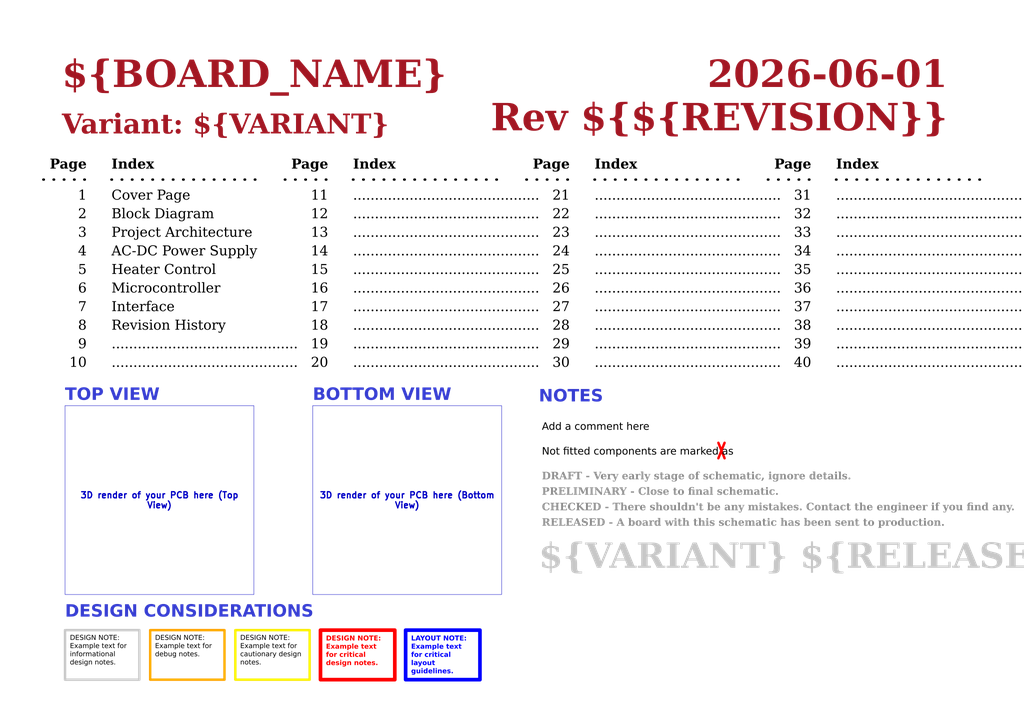
<source format=kicad_sch>
(kicad_sch
	(version 20250114)
	(generator "eeschema")
	(generator_version "9.0")
	(uuid "0650c7a8-acba-429c-9f8e-eec0baf0bc1c")
	(paper "A3")
	(title_block
		(title "Cover Page")
		(date "2025-08-28")
		(rev "${REVISION}")
		(company "${COMPANY}")
	)
	(lib_symbols)
	(text "9"
		(exclude_from_sim no)
		(at 35.56 144.78 0)
		(effects
			(font
				(face "Times New Roman")
				(size 4 4)
				(color 0 0 0 1)
			)
			(justify right bottom)
			(href "#9")
		)
		(uuid "0171ecc8-df6f-418e-95ea-db73cf975716")
	)
	(text "BOTTOM VIEW"
		(exclude_from_sim no)
		(at 128.27 166.37 0)
		(effects
			(font
				(face "Arial")
				(size 5 5)
				(bold yes)
				(color 53 60 207 1)
			)
			(justify left bottom)
		)
		(uuid "041ff709-0f5e-466e-adab-d03afffd90b7")
	)
	(text "..........................................."
		(exclude_from_sim no)
		(at 243.84 99.06 0)
		(effects
			(font
				(face "Times New Roman")
				(size 4 4)
				(color 0 0 0 1)
			)
			(justify left bottom)
			(href "#23")
		)
		(uuid "0647f622-b644-4538-802a-42edf8cdccc5")
	)
	(text "13"
		(exclude_from_sim no)
		(at 134.62 99.06 0)
		(effects
			(font
				(face "Times New Roman")
				(size 4 4)
				(color 0 0 0 1)
			)
			(justify right bottom)
			(href "#13")
		)
		(uuid "09a9f005-609a-4854-9ba5-f5a5e7b8d7c7")
	)
	(text "RELEASED - A board with this schematic has been sent to production."
		(exclude_from_sim no)
		(at 222.25 217.17 0)
		(effects
			(font
				(face "Times New Roman")
				(size 3 3)
				(thickness 0.6)
				(bold yes)
				(color 140 140 140 1)
			)
			(justify left bottom)
		)
		(uuid "10cbc67f-d688-44d7-9e2b-bee41b99ad5c")
	)
	(text "Page"
		(exclude_from_sim no)
		(at 332.74 71.12 0)
		(effects
			(font
				(face "Times New Roman")
				(size 4 4)
				(bold yes)
				(color 0 0 0 1)
			)
			(justify right bottom)
		)
		(uuid "1b60c0cc-bf04-4615-8796-1ecc890b346a")
	)
	(text "TOP VIEW"
		(exclude_from_sim no)
		(at 26.67 166.37 0)
		(effects
			(font
				(face "Arial")
				(size 5 5)
				(bold yes)
				(color 53 60 207 1)
			)
			(justify left bottom)
		)
		(uuid "1c033b5c-f50d-4e0f-94c4-59e72fb244de")
	)
	(text "3"
		(exclude_from_sim no)
		(at 35.56 99.06 0)
		(effects
			(font
				(face "Times New Roman")
				(size 4 4)
				(color 0 0 0 1)
			)
			(justify right bottom)
			(href "#3")
		)
		(uuid "1dd16a1b-b3b8-42a1-b678-3a7b261e7284")
	)
	(text "38"
		(exclude_from_sim no)
		(at 332.74 137.16 0)
		(effects
			(font
				(face "Times New Roman")
				(size 4 4)
				(color 0 0 0 1)
			)
			(justify right bottom)
			(href "#38")
		)
		(uuid "2d20025d-61e4-451d-b51e-153fedc44d68")
	)
	(text "..........................................."
		(exclude_from_sim no)
		(at 45.72 152.4 0)
		(effects
			(font
				(face "Times New Roman")
				(size 4 4)
				(color 0 0 0 1)
			)
			(justify left bottom)
			(href "#10")
		)
		(uuid "2df49b6e-980f-4a01-ab23-c61ed27bd1b8")
	)
	(text "..........................................."
		(exclude_from_sim no)
		(at 45.72 144.78 0)
		(effects
			(font
				(face "Times New Roman")
				(size 4 4)
				(color 0 0 0 1)
			)
			(justify left bottom)
			(href "#9")
		)
		(uuid "319dfe95-cf7d-4b95-aa65-2f948d7bd6bc")
	)
	(text "Revision History"
		(exclude_from_sim no)
		(at 45.72 137.16 0)
		(effects
			(font
				(face "Times New Roman")
				(size 4 4)
				(color 0 0 0 1)
			)
			(justify left bottom)
			(href "#8")
		)
		(uuid "339f13bd-0896-43a1-925e-733e36e395bd")
	)
	(text "..........................................."
		(exclude_from_sim no)
		(at 144.78 121.92 0)
		(effects
			(font
				(face "Times New Roman")
				(size 4 4)
				(color 0 0 0 1)
			)
			(justify left bottom)
			(href "#16")
		)
		(uuid "34c28277-d6a5-4104-8740-b78485a8ff4c")
	)
	(text "1"
		(exclude_from_sim no)
		(at 35.56 83.82 0)
		(effects
			(font
				(face "Times New Roman")
				(size 4 4)
				(color 0 0 0 1)
			)
			(justify right bottom)
			(href "#1")
		)
		(uuid "3691ab49-6c05-4886-869a-12221f52fdee")
	)
	(text "Not fitted components are marked as"
		(exclude_from_sim no)
		(at 222.25 187.96 0)
		(effects
			(font
				(face "Arial")
				(size 3 3)
				(color 0 0 0 1)
			)
			(justify left bottom)
		)
		(uuid "3e121d9b-11e9-4895-9779-ade93d5b2a88")
	)
	(text "..........................................."
		(exclude_from_sim no)
		(at 243.84 152.4 0)
		(effects
			(font
				(face "Times New Roman")
				(size 4 4)
				(color 0 0 0 1)
			)
			(justify left bottom)
			(href "#30")
		)
		(uuid "41bb0f90-1135-4d50-9d44-9fb04444ecf6")
	)
	(text "Index"
		(exclude_from_sim no)
		(at 45.72 71.12 0)
		(effects
			(font
				(face "Times New Roman")
				(size 4 4)
				(bold yes)
				(color 0 0 0 1)
			)
			(justify left bottom)
		)
		(uuid "44841f0e-187c-41b9-a570-9f74973319c9")
	)
	(text "..........................................."
		(exclude_from_sim no)
		(at 144.78 99.06 0)
		(effects
			(font
				(face "Times New Roman")
				(size 4 4)
				(color 0 0 0 1)
			)
			(justify left bottom)
			(href "#13")
		)
		(uuid "461ef4aa-5f24-4935-a427-92bbc78a05f3")
	)
	(text "Index"
		(exclude_from_sim no)
		(at 144.78 71.12 0)
		(effects
			(font
				(face "Times New Roman")
				(size 4 4)
				(bold yes)
				(color 0 0 0 1)
			)
			(justify left bottom)
		)
		(uuid "4773b195-e777-483d-bd5a-5b18be14b485")
	)
	(text "27"
		(exclude_from_sim no)
		(at 233.68 129.54 0)
		(effects
			(font
				(face "Times New Roman")
				(size 4 4)
				(color 0 0 0 1)
			)
			(justify right bottom)
			(href "#27")
		)
		(uuid "47e5ef3a-a936-4417-8e04-a70df1a04676")
	)
	(text "15"
		(exclude_from_sim no)
		(at 134.62 114.3 0)
		(effects
			(font
				(face "Times New Roman")
				(size 4 4)
				(color 0 0 0 1)
			)
			(justify right bottom)
			(href "#15")
		)
		(uuid "48cae9b2-9935-4ee2-a962-685c04325434")
	)
	(text "6"
		(exclude_from_sim no)
		(at 35.56 121.92 0)
		(effects
			(font
				(face "Times New Roman")
				(size 4 4)
				(color 0 0 0 1)
			)
			(justify right bottom)
			(href "#6")
		)
		(uuid "4aa9b67c-c657-48d1-abb0-497faf20008a")
	)
	(text "PRELIMINARY - Close to final schematic."
		(exclude_from_sim no)
		(at 222.25 204.47 0)
		(effects
			(font
				(face "Times New Roman")
				(size 3 3)
				(thickness 0.6)
				(bold yes)
				(color 140 140 140 1)
			)
			(justify left bottom)
		)
		(uuid "4b75d6be-e2b4-4862-a5fd-f3239bff6734")
	)
	(text "24"
		(exclude_from_sim no)
		(at 233.68 106.68 0)
		(effects
			(font
				(face "Times New Roman")
				(size 4 4)
				(color 0 0 0 1)
			)
			(justify right bottom)
			(href "#24")
		)
		(uuid "4d10b8f7-ee9d-4539-987e-2871a213b2d6")
	)
	(text "${VARIANT} ${RELEASE_DATE}"
		(exclude_from_sim no)
		(at 220.98 237.49 0)
		(effects
			(font
				(face "Times New Roman")
				(size 10.16 10.16)
				(thickness 0.6)
				(bold yes)
				(color 200 200 200 1)
			)
			(justify left bottom)
		)
		(uuid "4f144e11-d681-45f3-b92d-dea6c28023e4")
	)
	(text "Page"
		(exclude_from_sim no)
		(at 35.56 71.12 0)
		(effects
			(font
				(face "Times New Roman")
				(size 4 4)
				(bold yes)
				(color 0 0 0 1)
			)
			(justify right bottom)
		)
		(uuid "5216de6a-28ab-4e49-a422-9fd32d8fed67")
	)
	(text "AC-DC Power Supply"
		(exclude_from_sim no)
		(at 45.72 106.68 0)
		(effects
			(font
				(face "Times New Roman")
				(size 4 4)
				(color 0 0 0 1)
			)
			(justify left bottom)
			(href "#4")
		)
		(uuid "547bb3ec-bec4-4b68-a38e-2ac56be29bd3")
	)
	(text "..........................................."
		(exclude_from_sim no)
		(at 243.84 129.54 0)
		(effects
			(font
				(face "Times New Roman")
				(size 4 4)
				(color 0 0 0 1)
			)
			(justify left bottom)
			(href "#27")
		)
		(uuid "598c6218-39d7-40a8-878a-842531c6a754")
	)
	(text "8"
		(exclude_from_sim no)
		(at 35.56 137.16 0)
		(effects
			(font
				(face "Times New Roman")
				(size 4 4)
				(color 0 0 0 1)
			)
			(justify right bottom)
			(href "#8")
		)
		(uuid "5dd35c87-2aeb-4c16-ab79-fbda71c4347a")
	)
	(text "14"
		(exclude_from_sim no)
		(at 134.62 106.68 0)
		(effects
			(font
				(face "Times New Roman")
				(size 4 4)
				(color 0 0 0 1)
			)
			(justify right bottom)
			(href "#14")
		)
		(uuid "5e529423-56be-4ad0-9794-38b960fa0634")
	)
	(text "..........................................."
		(exclude_from_sim no)
		(at 342.9 137.16 0)
		(effects
			(font
				(face "Times New Roman")
				(size 4 4)
				(color 0 0 0 1)
			)
			(justify left bottom)
			(href "#38")
		)
		(uuid "5ec61f31-3c66-4623-97e5-d26d3b9bb1be")
	)
	(text "..........................................."
		(exclude_from_sim no)
		(at 342.9 152.4 0)
		(effects
			(font
				(face "Times New Roman")
				(size 4 4)
				(color 0 0 0 1)
			)
			(justify left bottom)
			(href "#40")
		)
		(uuid "65f25bf1-cc7d-4807-9afa-0a0ac612f9b3")
	)
	(text "23"
		(exclude_from_sim no)
		(at 233.68 99.06 0)
		(effects
			(font
				(face "Times New Roman")
				(size 4 4)
				(color 0 0 0 1)
			)
			(justify right bottom)
			(href "#23")
		)
		(uuid "68aaa364-f788-45fb-b731-7b1eda7a6c6c")
	)
	(text "Index"
		(exclude_from_sim no)
		(at 243.84 71.12 0)
		(effects
			(font
				(face "Times New Roman")
				(size 4 4)
				(bold yes)
				(color 0 0 0 1)
			)
			(justify left bottom)
		)
		(uuid "6eee427d-5608-4f64-99d8-6d8e4391a6b0")
	)
	(text "..........................................."
		(exclude_from_sim no)
		(at 342.9 91.44 0)
		(effects
			(font
				(face "Times New Roman")
				(size 4 4)
				(color 0 0 0 1)
			)
			(justify left bottom)
			(href "#32")
		)
		(uuid "71058a62-023a-4e0a-b0c4-c0fb8bf95cc8")
	)
	(text "5"
		(exclude_from_sim no)
		(at 35.56 114.3 0)
		(effects
			(font
				(face "Times New Roman")
				(size 4 4)
				(color 0 0 0 1)
			)
			(justify right bottom)
			(href "#5")
		)
		(uuid "718e4830-a352-43f0-b9c5-1495032b5970")
	)
	(text "${CURRENT_DATE}"
		(exclude_from_sim no)
		(at 388.62 40.64 0)
		(effects
			(font
				(face "Times New Roman")
				(size 11 11)
				(thickness 1)
				(bold yes)
				(color 162 22 34 1)
			)
			(justify right bottom)
		)
		(uuid "752b8016-2b6c-433a-9e5a-755eac1f800d")
	)
	(text "26"
		(exclude_from_sim no)
		(at 233.68 121.92 0)
		(effects
			(font
				(face "Times New Roman")
				(size 4 4)
				(color 0 0 0 1)
			)
			(justify right bottom)
			(href "#26")
		)
		(uuid "78da4ba2-8c96-4e51-9a03-b14367dceea0")
	)
	(text "16"
		(exclude_from_sim no)
		(at 134.62 121.92 0)
		(effects
			(font
				(face "Times New Roman")
				(size 4 4)
				(color 0 0 0 1)
			)
			(justify right bottom)
			(href "#16")
		)
		(uuid "7a577aea-9c53-4431-8f38-6cd521e907d0")
	)
	(text "10"
		(exclude_from_sim no)
		(at 35.56 152.4 0)
		(effects
			(font
				(face "Times New Roman")
				(size 4 4)
				(color 0 0 0 1)
			)
			(justify right bottom)
			(href "#10")
		)
		(uuid "7caa34f0-df91-4ed4-bb8e-ff81315f8c93")
	)
	(text "35"
		(exclude_from_sim no)
		(at 332.74 114.3 0)
		(effects
			(font
				(face "Times New Roman")
				(size 4 4)
				(color 0 0 0 1)
			)
			(justify right bottom)
			(href "#35")
		)
		(uuid "7d4a16f6-fc91-424a-bffd-707dc25afa40")
	)
	(text "18"
		(exclude_from_sim no)
		(at 134.62 137.16 0)
		(effects
			(font
				(face "Times New Roman")
				(size 4 4)
				(color 0 0 0 1)
			)
			(justify right bottom)
			(href "#18")
		)
		(uuid "7d4de17d-b484-45d2-95af-1050fc297950")
	)
	(text "33"
		(exclude_from_sim no)
		(at 332.74 99.06 0)
		(effects
			(font
				(face "Times New Roman")
				(size 4 4)
				(color 0 0 0 1)
			)
			(justify right bottom)
			(href "#33")
		)
		(uuid "7fd97343-03c5-4f22-a59e-bc2d9fd9af23")
	)
	(text "Variant: ${VARIANT}"
		(exclude_from_sim no)
		(at 25.4 58.42 0)
		(effects
			(font
				(face "Times New Roman")
				(size 8 8)
				(thickness 1)
				(bold yes)
				(color 162 22 34 1)
			)
			(justify left bottom)
		)
		(uuid "832c6231-94ea-4718-8f70-96006b71efdf")
	)
	(text "4"
		(exclude_from_sim no)
		(at 35.56 106.68 0)
		(effects
			(font
				(face "Times New Roman")
				(size 4 4)
				(color 0 0 0 1)
			)
			(justify right bottom)
			(href "#4")
		)
		(uuid "8d802a1e-8c90-4592-9cec-00ce1173b8bd")
	)
	(text "11"
		(exclude_from_sim no)
		(at 134.62 83.82 0)
		(effects
			(font
				(face "Times New Roman")
				(size 4 4)
				(color 0 0 0 1)
			)
			(justify right bottom)
			(href "#11")
		)
		(uuid "8d827c06-285c-46bc-8024-d46f4098d9e5")
	)
	(text "Rev ${REVISION}"
		(exclude_from_sim no)
		(at 388.62 58.42 0)
		(effects
			(font
				(face "Times New Roman")
				(size 11 11)
				(thickness 1)
				(bold yes)
				(color 162 22 34 1)
			)
			(justify right bottom)
		)
		(uuid "9008c96f-82fa-4b3f-88a3-9ae35f59090b")
	)
	(text "..........................................."
		(exclude_from_sim no)
		(at 243.84 106.68 0)
		(effects
			(font
				(face "Times New Roman")
				(size 4 4)
				(color 0 0 0 1)
			)
			(justify left bottom)
			(href "#24")
		)
		(uuid "91ef4a1a-faaf-4d16-b090-6e6451092c3a")
	)
	(text "28"
		(exclude_from_sim no)
		(at 233.68 137.16 0)
		(effects
			(font
				(face "Times New Roman")
				(size 4 4)
				(color 0 0 0 1)
			)
			(justify right bottom)
			(href "#28")
		)
		(uuid "9310b062-10e2-49af-a22c-1c9854a7f3f0")
	)
	(text "..........................................."
		(exclude_from_sim no)
		(at 243.84 144.78 0)
		(effects
			(font
				(face "Times New Roman")
				(size 4 4)
				(color 0 0 0 1)
			)
			(justify left bottom)
			(href "#29")
		)
		(uuid "93713c73-3aba-4b0b-9f3c-b37ab3721f94")
	)
	(text "..........................................."
		(exclude_from_sim no)
		(at 243.84 91.44 0)
		(effects
			(font
				(face "Times New Roman")
				(size 4 4)
				(color 0 0 0 1)
			)
			(justify left bottom)
			(href "#22")
		)
		(uuid "93b242cb-0b6a-48cc-a920-659ba5a2d4b9")
	)
	(text "..........................................."
		(exclude_from_sim no)
		(at 342.9 144.78 0)
		(effects
			(font
				(face "Times New Roman")
				(size 4 4)
				(color 0 0 0 1)
			)
			(justify left bottom)
			(href "#39")
		)
		(uuid "9413d17b-fd74-4a56-8014-ec2904184d8a")
	)
	(text "Heater Control"
		(exclude_from_sim no)
		(at 45.72 114.3 0)
		(effects
			(font
				(face "Times New Roman")
				(size 4 4)
				(color 0 0 0 1)
			)
			(justify left bottom)
			(href "#5")
		)
		(uuid "9413d28a-c2b4-4d73-ae2d-68b4717d1b67")
	)
	(text "Page"
		(exclude_from_sim no)
		(at 233.68 71.12 0)
		(effects
			(font
				(face "Times New Roman")
				(size 4 4)
				(bold yes)
				(color 0 0 0 1)
			)
			(justify right bottom)
		)
		(uuid "959ea2a5-595d-4c64-a44e-f0c1c6497852")
	)
	(text "..........................................."
		(exclude_from_sim no)
		(at 144.78 144.78 0)
		(effects
			(font
				(face "Times New Roman")
				(size 4 4)
				(color 0 0 0 1)
			)
			(justify left bottom)
			(href "#19")
		)
		(uuid "9d747571-2a3a-41dd-b7ab-0c07afaa5df1")
	)
	(text "..........................................."
		(exclude_from_sim no)
		(at 144.78 83.82 0)
		(effects
			(font
				(face "Times New Roman")
				(size 4 4)
				(color 0 0 0 1)
			)
			(justify left bottom)
			(href "#11")
		)
		(uuid "9e3e9ac8-468f-4f09-9650-682992859fd0")
	)
	(text "..........................................."
		(exclude_from_sim no)
		(at 144.78 129.54 0)
		(effects
			(font
				(face "Times New Roman")
				(size 4 4)
				(color 0 0 0 1)
			)
			(justify left bottom)
			(href "#17")
		)
		(uuid "a2bb1bed-8e4e-4038-8b4e-99f9457f4c30")
	)
	(text "31"
		(exclude_from_sim no)
		(at 332.74 83.82 0)
		(effects
			(font
				(face "Times New Roman")
				(size 4 4)
				(color 0 0 0 1)
			)
			(justify right bottom)
			(href "#31")
		)
		(uuid "a8eb70a2-f43e-480c-afdf-7e91507527a7")
	)
	(text "36"
		(exclude_from_sim no)
		(at 332.74 121.92 0)
		(effects
			(font
				(face "Times New Roman")
				(size 4 4)
				(color 0 0 0 1)
			)
			(justify right bottom)
			(href "#36")
		)
		(uuid "a95a57c3-0ec4-4b96-8edf-d46ee18a4a8e")
	)
	(text "..........................................."
		(exclude_from_sim no)
		(at 243.84 137.16 0)
		(effects
			(font
				(face "Times New Roman")
				(size 4 4)
				(color 0 0 0 1)
			)
			(justify left bottom)
			(href "#28")
		)
		(uuid "ad40278e-f3e6-4c25-8fa4-1f4e3918f822")
	)
	(text "22"
		(exclude_from_sim no)
		(at 233.68 91.44 0)
		(effects
			(font
				(face "Times New Roman")
				(size 4 4)
				(color 0 0 0 1)
			)
			(justify right bottom)
			(href "#22")
		)
		(uuid "ada746a9-1ac8-4ba5-b1f0-e040d6c0fa14")
	)
	(text "..........................................."
		(exclude_from_sim no)
		(at 144.78 114.3 0)
		(effects
			(font
				(face "Times New Roman")
				(size 4 4)
				(color 0 0 0 1)
			)
			(justify left bottom)
			(href "#15")
		)
		(uuid "ae6c0242-f9a8-4717-86dd-2d27e5dc9018")
	)
	(text "..........................................."
		(exclude_from_sim no)
		(at 342.9 83.82 0)
		(effects
			(font
				(face "Times New Roman")
				(size 4 4)
				(color 0 0 0 1)
			)
			(justify left bottom)
			(href "#31")
		)
		(uuid "b39085c9-1ebe-4dab-a6c1-54ab08707fbf")
	)
	(text "25"
		(exclude_from_sim no)
		(at 233.68 114.3 0)
		(effects
			(font
				(face "Times New Roman")
				(size 4 4)
				(color 0 0 0 1)
			)
			(justify right bottom)
			(href "#25")
		)
		(uuid "b3f10ccd-dd30-4e1a-9a39-191e590211cc")
	)
	(text "${BOARD_NAME}"
		(exclude_from_sim no)
		(at 25.4 40.64 0)
		(effects
			(font
				(face "Times New Roman")
				(size 11 11)
				(thickness 1)
				(bold yes)
				(color 162 22 34 1)
			)
			(justify left bottom)
		)
		(uuid "b5491481-138f-4748-8f60-dc51e3284b98")
	)
	(text "..........................................."
		(exclude_from_sim no)
		(at 243.84 121.92 0)
		(effects
			(font
				(face "Times New Roman")
				(size 4 4)
				(color 0 0 0 1)
			)
			(justify left bottom)
			(href "#26")
		)
		(uuid "b55022f1-bde3-45d1-ab63-474a18aef763")
	)
	(text "..........................................."
		(exclude_from_sim no)
		(at 342.9 106.68 0)
		(effects
			(font
				(face "Times New Roman")
				(size 4 4)
				(color 0 0 0 1)
			)
			(justify left bottom)
			(href "#34")
		)
		(uuid "b5c8bc07-6a7e-4ec3-955b-9e6a13622c4e")
	)
	(text "37"
		(exclude_from_sim no)
		(at 332.74 129.54 0)
		(effects
			(font
				(face "Times New Roman")
				(size 4 4)
				(color 0 0 0 1)
			)
			(justify right bottom)
			(href "#37")
		)
		(uuid "baff535e-40df-4979-8ad1-9d6e8282e1a0")
	)
	(text "Page"
		(exclude_from_sim no)
		(at 134.62 71.12 0)
		(effects
			(font
				(face "Times New Roman")
				(size 4 4)
				(bold yes)
				(color 0 0 0 1)
			)
			(justify right bottom)
		)
		(uuid "beb5ee3d-ad62-4c0c-ab18-390f8e3c78c4")
	)
	(text "DRAFT - Very early stage of schematic, ignore details."
		(exclude_from_sim no)
		(at 222.25 198.12 0)
		(effects
			(font
				(face "Times New Roman")
				(size 3 3)
				(thickness 0.6)
				(bold yes)
				(color 140 140 140 1)
			)
			(justify left bottom)
		)
		(uuid "c1828499-d221-4dc2-9c7b-c9d850654d5e")
	)
	(text "..........................................."
		(exclude_from_sim no)
		(at 144.78 106.68 0)
		(effects
			(font
				(face "Times New Roman")
				(size 4 4)
				(color 0 0 0 1)
			)
			(justify left bottom)
			(href "#14")
		)
		(uuid "c492727f-a5a2-4efb-9f13-b55fb4c5125a")
	)
	(text "Index"
		(exclude_from_sim no)
		(at 342.9 71.12 0)
		(effects
			(font
				(face "Times New Roman")
				(size 4 4)
				(bold yes)
				(color 0 0 0 1)
			)
			(justify left bottom)
		)
		(uuid "c52bc9e5-2c42-41e6-ae08-fabef868928a")
	)
	(text "Microcontroller"
		(exclude_from_sim no)
		(at 45.72 121.92 0)
		(effects
			(font
				(face "Times New Roman")
				(size 4 4)
				(color 0 0 0 1)
			)
			(justify left bottom)
			(href "#6")
		)
		(uuid "c787ff5d-5d58-4a12-8967-dc99673505b9")
	)
	(text "..........................................."
		(exclude_from_sim no)
		(at 342.9 121.92 0)
		(effects
			(font
				(face "Times New Roman")
				(size 4 4)
				(color 0 0 0 1)
			)
			(justify left bottom)
			(href "#36")
		)
		(uuid "c8a13f8e-6347-4971-97e9-3bbacc8fb0b5")
	)
	(text "..........................................."
		(exclude_from_sim no)
		(at 342.9 114.3 0)
		(effects
			(font
				(face "Times New Roman")
				(size 4 4)
				(color 0 0 0 1)
			)
			(justify left bottom)
			(href "#35")
		)
		(uuid "c932f64b-e011-46ca-8efc-bb2f186e8b13")
	)
	(text "Block Diagram"
		(exclude_from_sim no)
		(at 45.72 91.44 0)
		(effects
			(font
				(face "Times New Roman")
				(size 4 4)
				(color 0 0 0 1)
			)
			(justify left bottom)
			(href "#2")
		)
		(uuid "caeb7f52-f34e-4432-b129-9207069a1ad5")
	)
	(text "19"
		(exclude_from_sim no)
		(at 134.62 144.78 0)
		(effects
			(font
				(face "Times New Roman")
				(size 4 4)
				(color 0 0 0 1)
			)
			(justify right bottom)
			(href "#19")
		)
		(uuid "cbf7eaea-8009-4ccd-9079-9d687b9a3603")
	)
	(text "30"
		(exclude_from_sim no)
		(at 233.68 152.4 0)
		(effects
			(font
				(face "Times New Roman")
				(size 4 4)
				(color 0 0 0 1)
			)
			(justify right bottom)
			(href "#30")
		)
		(uuid "cea38a57-40f7-465f-b054-ff626e3218d0")
	)
	(text "7"
		(exclude_from_sim no)
		(at 35.56 129.54 0)
		(effects
			(font
				(face "Times New Roman")
				(size 4 4)
				(color 0 0 0 1)
			)
			(justify right bottom)
		)
		(uuid "cf9779c0-4a62-4a6f-9127-07f6919e9e8d")
	)
	(text "..........................................."
		(exclude_from_sim no)
		(at 243.84 114.3 0)
		(effects
			(font
				(face "Times New Roman")
				(size 4 4)
				(color 0 0 0 1)
			)
			(justify left bottom)
			(href "#25")
		)
		(uuid "d06fb69a-43a5-466c-8174-3edde239a7c0")
	)
	(text "12"
		(exclude_from_sim no)
		(at 134.62 91.44 0)
		(effects
			(font
				(face "Times New Roman")
				(size 4 4)
				(color 0 0 0 1)
			)
			(justify right bottom)
			(href "#12")
		)
		(uuid "d450aa41-7115-44ab-9cc7-2fa118545b00")
	)
	(text "21"
		(exclude_from_sim no)
		(at 233.68 83.82 0)
		(effects
			(font
				(face "Times New Roman")
				(size 4 4)
				(color 0 0 0 1)
			)
			(justify right bottom)
			(href "#21")
		)
		(uuid "d7ac5948-93ba-4038-95c3-cb73c27df74a")
	)
	(text "Add a comment here"
		(exclude_from_sim no)
		(at 222.25 177.8 0)
		(effects
			(font
				(face "Arial")
				(size 3 3)
				(color 0 0 0 1)
			)
			(justify left bottom)
		)
		(uuid "d8d8425a-4141-4ddb-8e75-262db2d23ce8")
	)
	(text "2"
		(exclude_from_sim no)
		(at 35.56 91.44 0)
		(effects
			(font
				(face "Times New Roman")
				(size 4 4)
				(color 0 0 0 1)
			)
			(justify right bottom)
			(href "#2")
		)
		(uuid "dca5e168-6a76-4eb2-b335-e6c030ded824")
	)
	(text "39"
		(exclude_from_sim no)
		(at 332.74 144.78 0)
		(effects
			(font
				(face "Times New Roman")
				(size 4 4)
				(color 0 0 0 1)
			)
			(justify right bottom)
			(href "#39")
		)
		(uuid "e216870b-45fe-49b3-8e55-d9668eb9df44")
	)
	(text "..........................................."
		(exclude_from_sim no)
		(at 144.78 137.16 0)
		(effects
			(font
				(face "Times New Roman")
				(size 4 4)
				(color 0 0 0 1)
			)
			(justify left bottom)
			(href "#18")
		)
		(uuid "e518f3ad-92c7-4755-8883-22916bfc7d1f")
	)
	(text "..........................................."
		(exclude_from_sim no)
		(at 342.9 99.06 0)
		(effects
			(font
				(face "Times New Roman")
				(size 4 4)
				(color 0 0 0 1)
			)
			(justify left bottom)
			(href "#33")
		)
		(uuid "e5564811-ffd2-4bd9-9644-ff1dc80ebf87")
	)
	(text "..........................................."
		(exclude_from_sim no)
		(at 144.78 152.4 0)
		(effects
			(font
				(face "Times New Roman")
				(size 4 4)
				(color 0 0 0 1)
			)
			(justify left bottom)
			(href "#20")
		)
		(uuid "e58de9a8-7551-4002-91cc-eb758bb6876c")
	)
	(text "34"
		(exclude_from_sim no)
		(at 332.74 106.68 0)
		(effects
			(font
				(face "Times New Roman")
				(size 4 4)
				(color 0 0 0 1)
			)
			(justify right bottom)
			(href "#34")
		)
		(uuid "e60ef77b-a7db-4a46-901f-5793e4acc58b")
	)
	(text "29"
		(exclude_from_sim no)
		(at 233.68 144.78 0)
		(effects
			(font
				(face "Times New Roman")
				(size 4 4)
				(color 0 0 0 1)
			)
			(justify right bottom)
			(href "#29")
		)
		(uuid "e83f0c3e-ac1d-4432-a8de-ba5a2be8aa4a")
	)
	(text "Cover Page"
		(exclude_from_sim no)
		(at 45.72 83.82 0)
		(effects
			(font
				(face "Times New Roman")
				(size 4 4)
				(color 0 0 0 1)
			)
			(justify left bottom)
			(href "#1")
		)
		(uuid "e9964413-67ff-4f53-b58c-608277db6779")
	)
	(text "NOTES"
		(exclude_from_sim no)
		(at 220.98 167.005 0)
		(effects
			(font
				(face "Arial")
				(size 5 5)
				(bold yes)
				(color 53 60 207 1)
			)
			(justify left bottom)
		)
		(uuid "ecd14d51-7267-460d-9460-6bae137b0c37")
	)
	(text "..........................................."
		(exclude_from_sim no)
		(at 144.78 91.44 0)
		(effects
			(font
				(face "Times New Roman")
				(size 4 4)
				(color 0 0 0 1)
			)
			(justify left bottom)
			(href "#12")
		)
		(uuid "ecd5e3bc-c1c8-4595-a242-64b07df33fd4")
	)
	(text "Project Architecture"
		(exclude_from_sim no)
		(at 45.72 99.06 0)
		(effects
			(font
				(face "Times New Roman")
				(size 4 4)
				(color 0 0 0 1)
			)
			(justify left bottom)
			(href "#3")
		)
		(uuid "ed9f4e44-7881-47b3-83af-17eb3de0e161")
	)
	(text "CHECKED - There shouldn't be any mistakes. Contact the engineer if you find any."
		(exclude_from_sim no)
		(at 222.25 210.82 0)
		(effects
			(font
				(face "Times New Roman")
				(size 3 3)
				(thickness 0.6)
				(bold yes)
				(color 140 140 140 1)
			)
			(justify left bottom)
		)
		(uuid "ee4bfbd2-ceac-40c9-847b-b15b18b07c08")
	)
	(text "..........................................."
		(exclude_from_sim no)
		(at 243.84 83.82 0)
		(effects
			(font
				(face "Times New Roman")
				(size 4 4)
				(color 0 0 0 1)
			)
			(justify left bottom)
			(href "#21")
		)
		(uuid "f14c049f-0636-49aa-a70f-0262bf1a57bc")
	)
	(text "20"
		(exclude_from_sim no)
		(at 134.62 152.4 0)
		(effects
			(font
				(face "Times New Roman")
				(size 4 4)
				(color 0 0 0 1)
			)
			(justify right bottom)
			(href "#20")
		)
		(uuid "f17fa600-4ea0-4482-a965-d781b27fd052")
	)
	(text "32"
		(exclude_from_sim no)
		(at 332.74 91.44 0)
		(effects
			(font
				(face "Times New Roman")
				(size 4 4)
				(color 0 0 0 1)
			)
			(justify right bottom)
			(href "#32")
		)
		(uuid "f7f416e4-86a9-4d8f-ac0d-80443c165632")
	)
	(text "..........................................."
		(exclude_from_sim no)
		(at 342.9 129.54 0)
		(effects
			(font
				(face "Times New Roman")
				(size 4 4)
				(color 0 0 0 1)
			)
			(justify left bottom)
			(href "#37")
		)
		(uuid "f8fd86d8-ca92-4fd2-9536-487e6832d844")
	)
	(text "DESIGN CONSIDERATIONS"
		(exclude_from_sim no)
		(at 26.67 255.27 0)
		(effects
			(font
				(face "Arial")
				(size 5 5)
				(bold yes)
				(color 53 60 207 1)
			)
			(justify left bottom)
		)
		(uuid "fb09f930-25b6-4039-89ae-42d9d443b49d")
	)
	(text "40"
		(exclude_from_sim no)
		(at 332.74 152.4 0)
		(effects
			(font
				(face "Times New Roman")
				(size 4 4)
				(color 0 0 0 1)
			)
			(justify right bottom)
			(href "#40")
		)
		(uuid "fe1f4464-8466-41a3-95c1-bacdc38614fb")
	)
	(text "Interface"
		(exclude_from_sim no)
		(at 45.72 129.54 0)
		(effects
			(font
				(face "Times New Roman")
				(size 4 4)
				(color 0 0 0 1)
			)
			(justify left bottom)
			(href "#7")
		)
		(uuid "ff95cd70-408a-4656-b808-dabd546affbd")
	)
	(text "17"
		(exclude_from_sim no)
		(at 134.62 129.54 0)
		(effects
			(font
				(face "Times New Roman")
				(size 4 4)
				(color 0 0 0 1)
			)
			(justify right bottom)
			(href "#17")
		)
		(uuid "ffcd9e5c-5c93-423a-9ccc-e0af67821852")
	)
	(text_box "3D render of your PCB here (Bottom View)"
		(exclude_from_sim no)
		(at 128.27 166.37 0)
		(size 77.47 77.47)
		(margins 1.905 1.905 1.905 1.905)
		(stroke
			(width 0)
			(type default)
		)
		(fill
			(type none)
		)
		(effects
			(font
				(size 2.54 2.54)
				(thickness 0.508)
				(bold yes)
			)
		)
		(uuid "0c38d11f-bb11-46db-a91c-ebc0b30e95f5")
	)
	(text_box "3D render of your PCB here (Top View)"
		(exclude_from_sim no)
		(at 26.67 166.37 0)
		(size 77.47 77.47)
		(margins 1.905 1.905 1.905 1.905)
		(stroke
			(width 0)
			(type default)
		)
		(fill
			(type none)
		)
		(effects
			(font
				(size 2.54 2.54)
				(thickness 0.508)
				(bold yes)
			)
		)
		(uuid "2d015f2a-bc39-4866-bbd9-40b03d497a26")
	)
	(text_box "Metadata can be set in File → Schematic Setup → Project → Text Variables"
		(exclude_from_sim no)
		(at 8.89 300.99 0)
		(size 119.38 6.35)
		(margins 1.9049 1.9049 1.9049 1.9049)
		(stroke
			(width -0.0001)
			(type default)
		)
		(fill
			(type none)
		)
		(effects
			(font
				(size 2.54 2.54)
				(thickness 0.381)
				(bold yes)
				(color 0 0 0 1)
			)
			(justify right top)
		)
		(uuid "4d4fc8f9-28d9-4b33-b78d-b00f0a2b33ca")
	)
	(text_box "DESIGN NOTE:\nExample text for informational design notes."
		(exclude_from_sim no)
		(at 26.67 258.445 0)
		(size 30.48 20.32)
		(margins 2 2 2 2)
		(stroke
			(width 1)
			(type solid)
			(color 200 200 200 1)
		)
		(fill
			(type none)
		)
		(effects
			(font
				(face "Arial")
				(size 2 2)
				(color 0 0 0 1)
			)
			(justify left top)
		)
		(uuid "60b6a08c-a542-468e-b79f-aa4a2aa0e9e7")
	)
	(text_box "LAYOUT NOTE:\nExample text for critical layout guidelines."
		(exclude_from_sim no)
		(at 166.37 258.445 0)
		(size 30.48 20.32)
		(margins 2.25 2.25 2.25 2.25)
		(stroke
			(width 1.5)
			(type solid)
			(color 0 0 255 1)
		)
		(fill
			(type none)
		)
		(effects
			(font
				(face "Arial")
				(size 2 2)
				(thickness 0.4)
				(bold yes)
				(color 0 0 255 1)
			)
			(justify left top)
		)
		(uuid "b2648603-9b19-4c01-9621-49d92c5b8a6e")
	)
	(text_box "DESIGN NOTE:\nExample text for cautionary design notes."
		(exclude_from_sim no)
		(at 96.52 258.445 0)
		(size 30.48 20.32)
		(margins 2 2 2 2)
		(stroke
			(width 1)
			(type solid)
			(color 250 236 0 1)
		)
		(fill
			(type none)
		)
		(effects
			(font
				(face "Arial")
				(size 2 2)
				(color 0 0 0 1)
			)
			(justify left top)
		)
		(uuid "c7ec7f64-f5b0-4d3e-9743-7d40c3e23ecf")
	)
	(text_box "DESIGN NOTE:\nExample text for debug notes."
		(exclude_from_sim no)
		(at 61.595 258.445 0)
		(size 30.48 20.32)
		(margins 2 2 2 2)
		(stroke
			(width 1)
			(type solid)
			(color 255 165 0 1)
		)
		(fill
			(type none)
		)
		(effects
			(font
				(face "Arial")
				(size 2 2)
				(color 0 0 0 1)
			)
			(justify left top)
		)
		(uuid "c8bf2561-6ede-45f0-9b2e-12af2dfee13b")
	)
	(text_box "DESIGN NOTE:\nExample text for critical design notes."
		(exclude_from_sim no)
		(at 131.445 258.445 0)
		(size 30.48 20.32)
		(margins 2.25 2.25 2.25 2.25)
		(stroke
			(width 1.5)
			(type solid)
			(color 255 0 0 1)
		)
		(fill
			(type none)
		)
		(effects
			(font
				(face "Arial")
				(size 2 2)
				(thickness 0.4)
				(bold yes)
				(color 255 0 0 1)
			)
			(justify left top)
		)
		(uuid "d03e1008-e371-461f-a9f2-320d8a2b7341")
	)
	(polyline
		(pts
			(xy 215.9 73.66) (xy 233.68 73.66)
		)
		(stroke
			(width 1)
			(type dot)
			(color 0 0 0 1)
		)
		(uuid "024689d9-b8ca-41ae-b55d-6ff207f6e101")
	)
	(polyline
		(pts
			(xy 297.18 181.61) (xy 294.64 187.96)
		)
		(stroke
			(width 1)
			(type default)
			(color 255 0 0 1)
		)
		(uuid "4ae2cac4-7676-4a8d-91c4-c6c6f4585019")
	)
	(polyline
		(pts
			(xy 45.72 73.66) (xy 106.68 73.66)
		)
		(stroke
			(width 1)
			(type dot)
			(color 0 0 0 1)
		)
		(uuid "594379bc-c052-4d2e-996b-8b5c1a0857fd")
	)
	(polyline
		(pts
			(xy 342.9 73.66) (xy 403.86 73.66)
		)
		(stroke
			(width 1)
			(type dot)
			(color 0 0 0 1)
		)
		(uuid "8ca04e4f-914f-46ae-b7bb-c241f34f0be3")
	)
	(polyline
		(pts
			(xy 243.84 73.66) (xy 304.8 73.66)
		)
		(stroke
			(width 1)
			(type dot)
			(color 0 0 0 1)
		)
		(uuid "90aedf20-3619-4eea-9142-e5201cfa9329")
	)
	(polyline
		(pts
			(xy 116.84 73.66) (xy 134.62 73.66)
		)
		(stroke
			(width 1)
			(type dot)
			(color 0 0 0 1)
		)
		(uuid "aa27a991-1dd0-4ddb-a292-69ddc074d2fe")
	)
	(polyline
		(pts
			(xy 17.78 73.66) (xy 35.56 73.66)
		)
		(stroke
			(width 1)
			(type dot)
			(color 0 0 0 1)
		)
		(uuid "aefa0f5d-e237-48a6-8d0d-7925958d23a4")
	)
	(polyline
		(pts
			(xy 294.64 181.61) (xy 297.18 187.96)
		)
		(stroke
			(width 1)
			(type default)
			(color 255 0 0 1)
		)
		(uuid "b16ef1e7-4b58-4125-810d-81e7071984f8")
	)
	(polyline
		(pts
			(xy 144.78 73.66) (xy 205.74 73.66)
		)
		(stroke
			(width 1)
			(type dot)
			(color 0 0 0 1)
		)
		(uuid "d03f8f3f-5543-483d-a054-040e77e06c0e")
	)
	(polyline
		(pts
			(xy 314.96 73.66) (xy 332.74 73.66)
		)
		(stroke
			(width 1)
			(type dot)
			(color 0 0 0 1)
		)
		(uuid "f1ab5a98-3d21-4c83-b2d8-cfe1793d64cb")
	)
	(sheet
		(at 299.72 302.26)
		(size 35.56 5.08)
		(exclude_from_sim no)
		(in_bom yes)
		(on_board yes)
		(dnp no)
		(stroke
			(width 0.1524)
			(type solid)
		)
		(fill
			(color 0 0 0 0.0000)
		)
		(uuid "de68a101-7eef-4ba8-abb4-14d03adb087f")
		(property "Sheetname" "Block Diagram"
			(at 299.72 301.2309 0)
			(effects
				(font
					(face "Times New Roman")
					(size 1.905 1.905)
					(bold yes)
					(color 0 0 0 1)
				)
				(justify left bottom)
			)
		)
		(property "Sheetfile" "Block Diagram.kicad_sch"
			(at 300.99 303.53 0)
			(effects
				(font
					(face "Arial")
					(size 1.27 1.27)
				)
				(justify left top)
			)
		)
		(instances
			(project "Reflow-Controller-v2"
				(path "/0650c7a8-acba-429c-9f8e-eec0baf0bc1c"
					(page "2")
				)
			)
		)
	)
	(sheet
		(at 340.36 302.26)
		(size 35.56 5.08)
		(exclude_from_sim no)
		(in_bom yes)
		(on_board yes)
		(dnp no)
		(stroke
			(width 0)
			(type solid)
		)
		(fill
			(color 0 0 0 0.0000)
		)
		(uuid "e7c91631-be85-488a-af7a-f2a810f3fbfe")
		(property "Sheetname" "Revision History"
			(at 340.36 300.99 0)
			(effects
				(font
					(face "Times New Roman")
					(size 1.905 1.905)
					(bold yes)
					(color 0 0 0 1)
				)
				(justify left bottom)
			)
		)
		(property "Sheetfile" "Revision History.kicad_sch"
			(at 340.995 303.53 0)
			(effects
				(font
					(face "Arial")
					(size 1.27 1.27)
				)
				(justify left top)
			)
		)
		(instances
			(project "Reflow-Controller-v2"
				(path "/0650c7a8-acba-429c-9f8e-eec0baf0bc1c"
					(page "8")
				)
			)
		)
	)
	(sheet
		(at 299.72 313.69)
		(size 35.56 5.08)
		(exclude_from_sim no)
		(in_bom yes)
		(on_board yes)
		(dnp no)
		(stroke
			(width 0.1524)
			(type solid)
		)
		(fill
			(color 0 0 0 0.0000)
		)
		(uuid "fede4c36-00cc-4d3d-b71c-5243ba232202")
		(property "Sheetname" "Project Architecture"
			(at 299.72 312.6609 0)
			(effects
				(font
					(face "Times New Roman")
					(size 1.905 1.905)
					(bold yes)
					(color 0 0 0 1)
				)
				(justify left bottom)
			)
		)
		(property "Sheetfile" "Project Architecture.kicad_sch"
			(at 300.99 314.96 0)
			(effects
				(font
					(face "Arial")
					(size 1.27 1.27)
				)
				(justify left top)
			)
		)
		(instances
			(project "Reflow-Controller-v2"
				(path "/0650c7a8-acba-429c-9f8e-eec0baf0bc1c"
					(page "3")
				)
			)
		)
	)
	(sheet_instances
		(path "/"
			(page "1")
		)
	)
	(embedded_fonts no)
)

</source>
